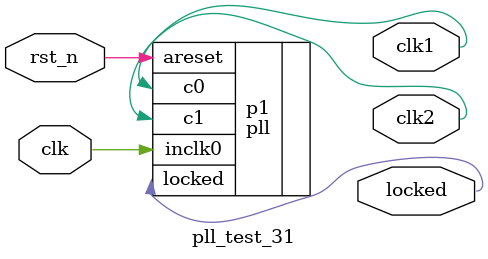
<source format=v>
module pll_test_31(
    input clk,
    input rst_n,
    output clk1,
    output clk2,
    output locked
);

pll p1(
    .inclk0(clk),
    .c0(clk1),
    .c1(clk2),
    .locked(locked),
    .areset(rst_n)
);
    
endmodule
</source>
